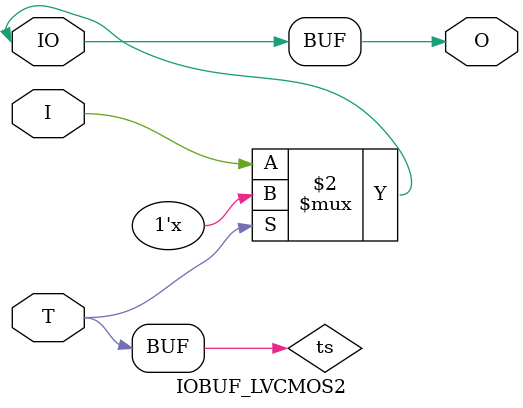
<source format=v>

/*

FUNCTION	: INPUT TRI-STATE OUTPUT BUFFER

*/

`celldefine
`timescale  100 ps / 10 ps

module IOBUF_LVCMOS2 (O, IO, I, T);

    output O;

    inout  IO;

    input  I, T;

    or O1 (ts, 1'b0, T);
    bufif0 T1 (IO, I, ts);

    buf B1 (O, IO);

endmodule

</source>
